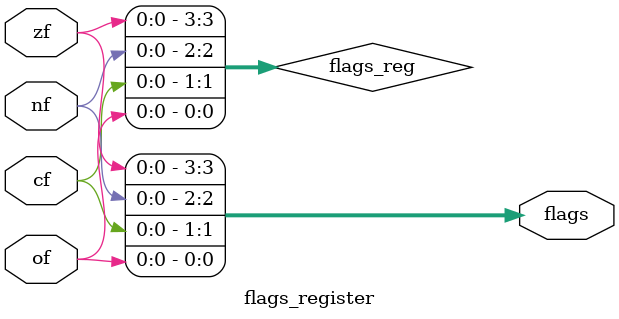
<source format=v>
module flags_register(
       input zf,
       input nf,
       input cf,
       input of,
       output [3:0] flags
    );
  

reg [3:0]flags_reg;

assign flags=flags_reg;
always @ (*)begin
  flags_reg<={zf,nf,cf,of};
end
endmodule

</source>
